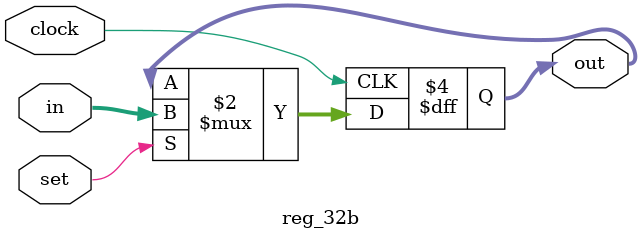
<source format=sv>



module reg_32b(
    input logic clock,
    input logic set,
    input logic [31:0] in,
    output logic [31:0] out
);

    always_ff @(posedge clock) begin
        if (set) begin
            out <= in;
		end
    end

endmodule
</source>
